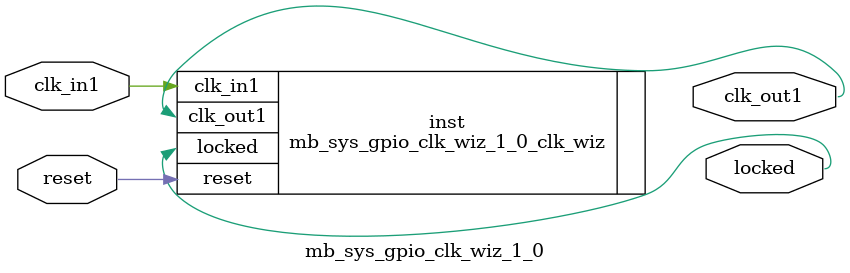
<source format=v>


`timescale 1ps/1ps

(* CORE_GENERATION_INFO = "mb_sys_gpio_clk_wiz_1_0,clk_wiz_v5_3_3_0,{component_name=mb_sys_gpio_clk_wiz_1_0,use_phase_alignment=true,use_min_o_jitter=false,use_max_i_jitter=false,use_dyn_phase_shift=false,use_inclk_switchover=false,use_dyn_reconfig=false,enable_axi=0,feedback_source=FDBK_AUTO,PRIMITIVE=MMCM,num_out_clk=1,clkin1_period=10.0,clkin2_period=10.0,use_power_down=false,use_reset=true,use_locked=true,use_inclk_stopped=false,feedback_type=SINGLE,CLOCK_MGR_TYPE=NA,manual_override=false}" *)

module mb_sys_gpio_clk_wiz_1_0 
 (
  // Clock out ports
  output        clk_out1,
  // Status and control signals
  input         reset,
  output        locked,
 // Clock in ports
  input         clk_in1
 );

  mb_sys_gpio_clk_wiz_1_0_clk_wiz inst
  (
  // Clock out ports  
  .clk_out1(clk_out1),
  // Status and control signals               
  .reset(reset), 
  .locked(locked),
 // Clock in ports
  .clk_in1(clk_in1)
  );

endmodule

</source>
